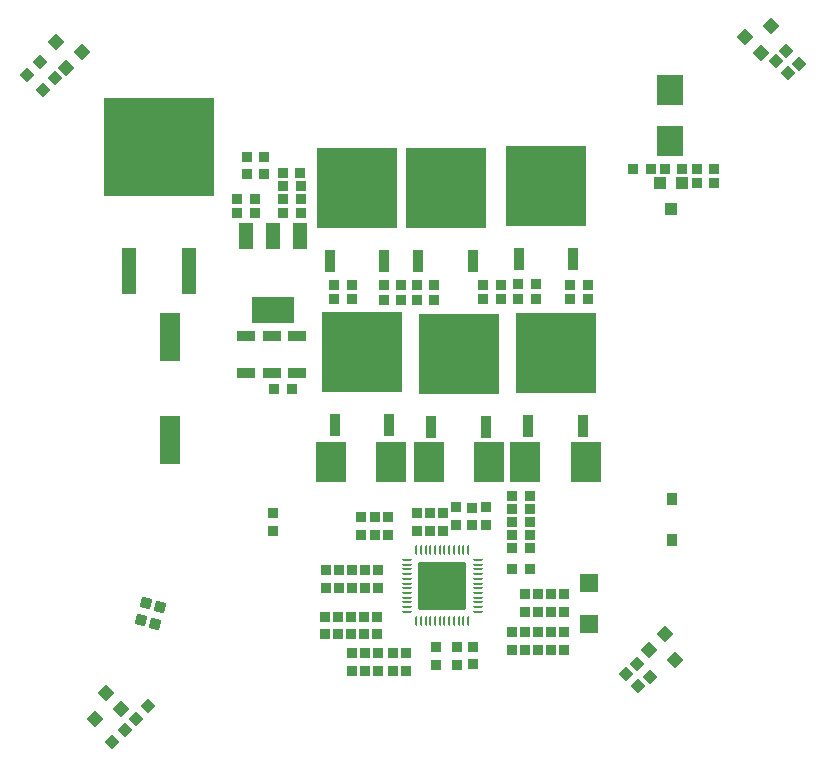
<source format=gtp>
G04*
G04 #@! TF.GenerationSoftware,Altium Limited,Altium Designer,20.1.14 (287)*
G04*
G04 Layer_Color=8421504*
%FSLAX25Y25*%
%MOIN*%
G70*
G04*
G04 #@! TF.SameCoordinates,3184D8B6-75A7-45C6-B4AC-6B65BD642244*
G04*
G04*
G04 #@! TF.FilePolarity,Positive*
G04*
G01*
G75*
%ADD27R,0.03543X0.03543*%
G04:AMPARAMS|DCode=28|XSize=9.06mil|YSize=31.5mil|CornerRadius=2.26mil|HoleSize=0mil|Usage=FLASHONLY|Rotation=270.000|XOffset=0mil|YOffset=0mil|HoleType=Round|Shape=RoundedRectangle|*
%AMROUNDEDRECTD28*
21,1,0.00906,0.02697,0,0,270.0*
21,1,0.00453,0.03150,0,0,270.0*
1,1,0.00453,-0.01348,-0.00226*
1,1,0.00453,-0.01348,0.00226*
1,1,0.00453,0.01348,0.00226*
1,1,0.00453,0.01348,-0.00226*
%
%ADD28ROUNDEDRECTD28*%
G04:AMPARAMS|DCode=29|XSize=9.06mil|YSize=31.5mil|CornerRadius=2.26mil|HoleSize=0mil|Usage=FLASHONLY|Rotation=180.000|XOffset=0mil|YOffset=0mil|HoleType=Round|Shape=RoundedRectangle|*
%AMROUNDEDRECTD29*
21,1,0.00906,0.02697,0,0,180.0*
21,1,0.00453,0.03150,0,0,180.0*
1,1,0.00453,-0.00226,0.01348*
1,1,0.00453,0.00226,0.01348*
1,1,0.00453,0.00226,-0.01348*
1,1,0.00453,-0.00226,-0.01348*
%
%ADD29ROUNDEDRECTD29*%
G04:AMPARAMS|DCode=30|XSize=157.48mil|YSize=157.48mil|CornerRadius=3.94mil|HoleSize=0mil|Usage=FLASHONLY|Rotation=0.000|XOffset=0mil|YOffset=0mil|HoleType=Round|Shape=RoundedRectangle|*
%AMROUNDEDRECTD30*
21,1,0.15748,0.14961,0,0,0.0*
21,1,0.14961,0.15748,0,0,0.0*
1,1,0.00787,0.07480,-0.07480*
1,1,0.00787,-0.07480,-0.07480*
1,1,0.00787,-0.07480,0.07480*
1,1,0.00787,0.07480,0.07480*
%
%ADD30ROUNDEDRECTD30*%
%ADD31R,0.03543X0.03543*%
%ADD32R,0.06299X0.05906*%
%ADD33R,0.03347X0.03937*%
G04:AMPARAMS|DCode=34|XSize=39.37mil|YSize=39.37mil|CornerRadius=0mil|HoleSize=0mil|Usage=FLASHONLY|Rotation=225.000|XOffset=0mil|YOffset=0mil|HoleType=Round|Shape=Rectangle|*
%AMROTATEDRECTD34*
4,1,4,0.00000,0.02784,0.02784,0.00000,0.00000,-0.02784,-0.02784,0.00000,0.00000,0.02784,0.0*
%
%ADD34ROTATEDRECTD34*%

%ADD35P,0.05011X4X180.0*%
%ADD36R,0.09843X0.13386*%
%ADD37R,0.03740X0.07480*%
%ADD38R,0.26772X0.27165*%
G04:AMPARAMS|DCode=39|XSize=39.37mil|YSize=39.37mil|CornerRadius=0mil|HoleSize=0mil|Usage=FLASHONLY|Rotation=315.000|XOffset=0mil|YOffset=0mil|HoleType=Round|Shape=Rectangle|*
%AMROTATEDRECTD39*
4,1,4,-0.02784,0.00000,0.00000,0.02784,0.02784,0.00000,0.00000,-0.02784,-0.02784,0.00000,0.0*
%
%ADD39ROTATEDRECTD39*%

%ADD40R,0.03937X0.03937*%
%ADD41R,0.09055X0.09843*%
%ADD42R,0.04724X0.08661*%
%ADD43R,0.14173X0.08661*%
%ADD44P,0.05011X4X90.0*%
%ADD45R,0.06299X0.03543*%
%ADD46R,0.07087X0.16142*%
%ADD47P,0.05011X4X300.0*%
%ADD48R,0.04803X0.15748*%
%ADD49R,0.37008X0.32677*%
D27*
X113779Y79724D02*
D03*
Y85630D02*
D03*
X109449Y79724D02*
D03*
Y85630D02*
D03*
X104724Y79724D02*
D03*
Y85630D02*
D03*
X123622Y80905D02*
D03*
Y86811D02*
D03*
X127953D02*
D03*
Y80905D02*
D03*
X132283Y86811D02*
D03*
Y80905D02*
D03*
X136516Y88779D02*
D03*
Y82874D02*
D03*
X141831Y82776D02*
D03*
Y88681D02*
D03*
X146457Y88779D02*
D03*
Y82874D02*
D03*
X159449Y54035D02*
D03*
Y59941D02*
D03*
X163779Y54035D02*
D03*
Y59941D02*
D03*
X168110D02*
D03*
Y54035D02*
D03*
X172441D02*
D03*
Y59941D02*
D03*
Y41339D02*
D03*
Y47244D02*
D03*
X168110Y47244D02*
D03*
Y41339D02*
D03*
X163779Y47244D02*
D03*
Y41339D02*
D03*
X159449Y47244D02*
D03*
Y41339D02*
D03*
X155118Y47244D02*
D03*
Y41339D02*
D03*
X142323Y42323D02*
D03*
Y36417D02*
D03*
X136811Y42224D02*
D03*
Y36319D02*
D03*
X129921D02*
D03*
Y42224D02*
D03*
X119685Y40157D02*
D03*
Y34252D02*
D03*
X115354D02*
D03*
Y40157D02*
D03*
X110630D02*
D03*
Y34252D02*
D03*
X106299D02*
D03*
Y40157D02*
D03*
X101969D02*
D03*
Y34252D02*
D03*
X110039Y52362D02*
D03*
Y46457D02*
D03*
X105709D02*
D03*
Y52362D02*
D03*
X101378D02*
D03*
Y46457D02*
D03*
X97047Y52362D02*
D03*
Y46457D02*
D03*
X92716D02*
D03*
Y52362D02*
D03*
X110630Y67913D02*
D03*
Y62008D02*
D03*
X106299Y67913D02*
D03*
Y62008D02*
D03*
X101969D02*
D03*
Y67913D02*
D03*
X97638Y62008D02*
D03*
Y67913D02*
D03*
X93307D02*
D03*
Y62008D02*
D03*
X75590Y80905D02*
D03*
Y86811D02*
D03*
D28*
X143701Y64961D02*
D03*
Y63386D02*
D03*
Y61811D02*
D03*
Y60236D02*
D03*
Y58661D02*
D03*
Y66535D02*
D03*
Y68110D02*
D03*
Y69685D02*
D03*
Y71260D02*
D03*
Y57087D02*
D03*
Y55512D02*
D03*
Y53937D02*
D03*
X120079D02*
D03*
Y55512D02*
D03*
Y57087D02*
D03*
Y58661D02*
D03*
Y60236D02*
D03*
Y61811D02*
D03*
Y63386D02*
D03*
Y69685D02*
D03*
Y68110D02*
D03*
Y66535D02*
D03*
Y64961D02*
D03*
Y71260D02*
D03*
D29*
X140551Y50787D02*
D03*
X132677D02*
D03*
X134252D02*
D03*
X135827D02*
D03*
X137402D02*
D03*
X138976D02*
D03*
X124803D02*
D03*
X123228D02*
D03*
X126378D02*
D03*
X127953D02*
D03*
X129528D02*
D03*
X131102D02*
D03*
X132677Y74409D02*
D03*
X134252D02*
D03*
X135827D02*
D03*
X137402D02*
D03*
X140551D02*
D03*
X138976D02*
D03*
X124803D02*
D03*
X126378D02*
D03*
X127953D02*
D03*
X129528D02*
D03*
X131102D02*
D03*
X123228D02*
D03*
D30*
X131890Y62598D02*
D03*
D31*
X161024Y92520D02*
D03*
X155118D02*
D03*
X161024Y88189D02*
D03*
X155118D02*
D03*
X161024Y83858D02*
D03*
X155118D02*
D03*
X161024Y79528D02*
D03*
X155118D02*
D03*
X161024Y75197D02*
D03*
X155118D02*
D03*
X161024Y68110D02*
D03*
X155118D02*
D03*
X95866Y158268D02*
D03*
X101772D02*
D03*
Y162992D02*
D03*
X95866D02*
D03*
X112402Y157874D02*
D03*
X118307D02*
D03*
Y162992D02*
D03*
X112402D02*
D03*
X123425Y158071D02*
D03*
X129331D02*
D03*
Y162992D02*
D03*
X123425D02*
D03*
X157283Y163386D02*
D03*
X163189D02*
D03*
X145472Y162992D02*
D03*
X151378D02*
D03*
Y158268D02*
D03*
X145472D02*
D03*
X163189D02*
D03*
X157283D02*
D03*
X174606D02*
D03*
X180512D02*
D03*
Y162992D02*
D03*
X174606D02*
D03*
X212008Y201575D02*
D03*
X206102D02*
D03*
X222638Y201575D02*
D03*
X216732D02*
D03*
X222638Y196850D02*
D03*
X216732D02*
D03*
X201378Y201575D02*
D03*
X195472D02*
D03*
X84842Y187008D02*
D03*
X78937D02*
D03*
Y191732D02*
D03*
X84842D02*
D03*
X78740Y200394D02*
D03*
X84646D02*
D03*
X78937Y196063D02*
D03*
X84842D02*
D03*
X63583Y187008D02*
D03*
X69488D02*
D03*
Y191732D02*
D03*
X63583D02*
D03*
X72638Y200000D02*
D03*
X66732D02*
D03*
X72638Y205512D02*
D03*
X66732D02*
D03*
X81693Y128347D02*
D03*
X75787D02*
D03*
D32*
X180709Y49803D02*
D03*
Y63583D02*
D03*
D33*
X208661Y77756D02*
D03*
Y91535D02*
D03*
D34*
X206077Y46628D02*
D03*
X209557Y37859D02*
D03*
X200787Y41339D02*
D03*
X6522Y235262D02*
D03*
X3042Y244031D02*
D03*
X11811Y240551D02*
D03*
D35*
X197244Y29134D02*
D03*
X193068Y33310D02*
D03*
X201181Y32283D02*
D03*
X197005Y36459D02*
D03*
X250787Y236614D02*
D03*
X246612Y240790D02*
D03*
X247244Y233465D02*
D03*
X243068Y237640D02*
D03*
D36*
X179724Y103937D02*
D03*
X159646D02*
D03*
X147441D02*
D03*
X127362D02*
D03*
X114764D02*
D03*
X94685D02*
D03*
D37*
X96063Y116142D02*
D03*
X114173D02*
D03*
X128347Y115551D02*
D03*
X146457D02*
D03*
X160630Y115945D02*
D03*
X178740D02*
D03*
X157480Y171457D02*
D03*
X175591D02*
D03*
X124016Y170866D02*
D03*
X142126D02*
D03*
X94488D02*
D03*
X112598D02*
D03*
D38*
X105118Y140551D02*
D03*
X137402Y139961D02*
D03*
X169685Y140354D02*
D03*
X166535Y195866D02*
D03*
X133071Y195276D02*
D03*
X103543D02*
D03*
D39*
X232876Y245645D02*
D03*
X241645Y249125D02*
D03*
X238165Y240356D02*
D03*
X24998Y21677D02*
D03*
X16229Y18198D02*
D03*
X19709Y26967D02*
D03*
D40*
X212008Y196850D02*
D03*
X208268Y188189D02*
D03*
X204528Y196850D02*
D03*
D41*
X207872Y227756D02*
D03*
Y210827D02*
D03*
D42*
X84646Y179134D02*
D03*
X75590D02*
D03*
X66536D02*
D03*
D43*
X75590Y154724D02*
D03*
D44*
X-1300Y227833D02*
D03*
X2875Y232009D02*
D03*
X-2243Y237127D02*
D03*
X-6419Y232951D02*
D03*
X33978Y22560D02*
D03*
X29802Y18384D02*
D03*
X21928Y10510D02*
D03*
X26104Y14686D02*
D03*
D45*
X83465Y146063D02*
D03*
Y133465D02*
D03*
X75197D02*
D03*
Y146063D02*
D03*
X66535D02*
D03*
Y133465D02*
D03*
D46*
X41339Y111221D02*
D03*
Y145472D02*
D03*
D47*
X31519Y51085D02*
D03*
X33048Y56789D02*
D03*
X36244Y49904D02*
D03*
X37772Y55608D02*
D03*
D48*
X47402Y167589D02*
D03*
X27402D02*
D03*
D49*
X37402Y208789D02*
D03*
M02*

</source>
